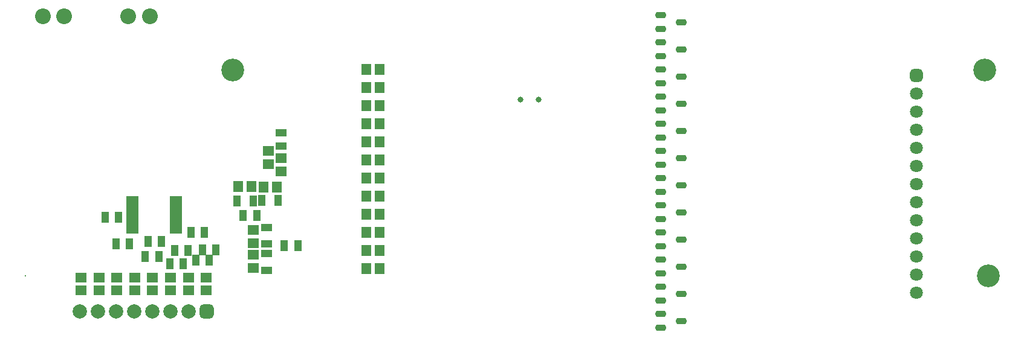
<source format=gbs>
G04*
G04 #@! TF.GenerationSoftware,Altium Limited,Altium Designer,23.11.1 (41)*
G04*
G04 Layer_Color=16711935*
%FSLAX44Y44*%
%MOMM*%
G71*
G04*
G04 #@! TF.SameCoordinates,5EC7E9E9-DCDC-4549-86B2-7143CB65AA8E*
G04*
G04*
G04 #@! TF.FilePolarity,Negative*
G04*
G01*
G75*
%ADD27R,1.1032X1.5032*%
%ADD31R,1.3532X1.5532*%
%ADD34R,1.5032X1.1032*%
%ADD37C,3.2032*%
%ADD38C,0.2032*%
%ADD39C,2.2032*%
%ADD40C,0.8032*%
%ADD41C,1.8032*%
G04:AMPARAMS|DCode=42|XSize=1.8032mm|YSize=1.8032mm|CornerRadius=0.5016mm|HoleSize=0mm|Usage=FLASHONLY|Rotation=270.000|XOffset=0mm|YOffset=0mm|HoleType=Round|Shape=RoundedRectangle|*
%AMROUNDEDRECTD42*
21,1,1.8032,0.8000,0,0,270.0*
21,1,0.8000,1.8032,0,0,270.0*
1,1,1.0032,-0.4000,-0.4000*
1,1,1.0032,-0.4000,0.4000*
1,1,1.0032,0.4000,0.4000*
1,1,1.0032,0.4000,-0.4000*
%
%ADD42ROUNDEDRECTD42*%
%ADD43C,2.0032*%
G04:AMPARAMS|DCode=44|XSize=2.0032mm|YSize=2.0032mm|CornerRadius=0.5516mm|HoleSize=0mm|Usage=FLASHONLY|Rotation=90.000|XOffset=0mm|YOffset=0mm|HoleType=Round|Shape=RoundedRectangle|*
%AMROUNDEDRECTD44*
21,1,2.0032,0.9000,0,0,90.0*
21,1,0.9000,2.0032,0,0,90.0*
1,1,1.1032,0.4500,0.4500*
1,1,1.1032,0.4500,-0.4500*
1,1,1.1032,-0.4500,-0.4500*
1,1,1.1032,-0.4500,0.4500*
%
%ADD44ROUNDEDRECTD44*%
G04:AMPARAMS|DCode=58|XSize=0.8532mm|YSize=1.4532mm|CornerRadius=0.2641mm|HoleSize=0mm|Usage=FLASHONLY|Rotation=270.000|XOffset=0mm|YOffset=0mm|HoleType=Round|Shape=RoundedRectangle|*
%AMROUNDEDRECTD58*
21,1,0.8532,0.9250,0,0,270.0*
21,1,0.3250,1.4532,0,0,270.0*
1,1,0.5282,-0.4625,-0.1625*
1,1,0.5282,-0.4625,0.1625*
1,1,0.5282,0.4625,0.1625*
1,1,0.5282,0.4625,-0.1625*
%
%ADD58ROUNDEDRECTD58*%
%ADD59R,1.5532X1.3532*%
%ADD60R,1.8032X0.6532*%
D27*
X345384Y211034D02*
D03*
X322384D02*
D03*
X407500Y148000D02*
D03*
X388500D02*
D03*
X273500Y142500D02*
D03*
X292500D02*
D03*
X264500Y127500D02*
D03*
X283500D02*
D03*
X276500Y166500D02*
D03*
X257500D02*
D03*
X380068Y211267D02*
D03*
X357068D02*
D03*
X349750Y190250D02*
D03*
X330750D02*
D03*
X171500Y150500D02*
D03*
X152500D02*
D03*
X193524Y133124D02*
D03*
X212524D02*
D03*
X234500Y141500D02*
D03*
X253500D02*
D03*
X246880Y122774D02*
D03*
X227880D02*
D03*
X137500Y187500D02*
D03*
X156500D02*
D03*
X216458Y154252D02*
D03*
X197458D02*
D03*
D31*
X503050Y395016D02*
D03*
X521550D02*
D03*
X503050Y369616D02*
D03*
X521550D02*
D03*
X503050Y344216D02*
D03*
X521550D02*
D03*
X503050Y318820D02*
D03*
X521550D02*
D03*
X503050Y293420D02*
D03*
X521550D02*
D03*
X503050Y268016D02*
D03*
X521550D02*
D03*
X503050Y242616D02*
D03*
X521550D02*
D03*
X503050Y217216D02*
D03*
X521550D02*
D03*
X503050Y191816D02*
D03*
X521550D02*
D03*
X503050Y166416D02*
D03*
X521550D02*
D03*
X503050Y141016D02*
D03*
X521550D02*
D03*
Y115616D02*
D03*
X503050D02*
D03*
X323839Y231229D02*
D03*
X342339D02*
D03*
X377644Y230445D02*
D03*
X359144D02*
D03*
D34*
X383540Y287680D02*
D03*
Y306680D02*
D03*
X363883Y173339D02*
D03*
Y150339D02*
D03*
X363695Y136761D02*
D03*
Y113761D02*
D03*
D37*
X1374250Y105400D02*
D03*
X316000Y394600D02*
D03*
X1369750D02*
D03*
D38*
X25400Y105400D02*
D03*
D39*
X170000Y470000D02*
D03*
X200000D02*
D03*
X50000D02*
D03*
X80000D02*
D03*
D40*
X718820Y353060D02*
D03*
X744220D02*
D03*
D41*
X1274000Y107050D02*
D03*
Y81650D02*
D03*
Y132450D02*
D03*
Y157850D02*
D03*
Y208650D02*
D03*
Y234050D02*
D03*
Y284850D02*
D03*
Y335650D02*
D03*
Y361050D02*
D03*
Y310250D02*
D03*
Y259450D02*
D03*
Y183250D02*
D03*
D42*
Y386450D02*
D03*
D43*
X152400Y55400D02*
D03*
X228600D02*
D03*
X203200D02*
D03*
X177800D02*
D03*
X127000D02*
D03*
X101600D02*
D03*
X254000D02*
D03*
D44*
X279400D02*
D03*
D58*
X915600Y395016D02*
D03*
X944100Y309316D02*
D03*
X915600Y318816D02*
D03*
Y299816D02*
D03*
Y376016D02*
D03*
X944100Y385516D02*
D03*
X915600Y33116D02*
D03*
Y52116D02*
D03*
X944100Y42616D02*
D03*
X915600Y71216D02*
D03*
Y90216D02*
D03*
X944100Y80716D02*
D03*
X915600Y109316D02*
D03*
Y128316D02*
D03*
X944100Y118816D02*
D03*
X915600Y147416D02*
D03*
Y166416D02*
D03*
X944100Y156916D02*
D03*
X915600Y185516D02*
D03*
Y204516D02*
D03*
X944100Y195016D02*
D03*
X915600Y223616D02*
D03*
Y242616D02*
D03*
X944100Y233116D02*
D03*
X915600Y261716D02*
D03*
Y280716D02*
D03*
X944100Y271216D02*
D03*
X915600Y337916D02*
D03*
Y356916D02*
D03*
X944100Y347416D02*
D03*
X915600Y414116D02*
D03*
Y433116D02*
D03*
X944100Y423616D02*
D03*
X915600Y452216D02*
D03*
Y471216D02*
D03*
X944100Y461716D02*
D03*
D59*
X345123Y170336D02*
D03*
Y151836D02*
D03*
X344874Y135538D02*
D03*
Y117038D02*
D03*
X365760Y281030D02*
D03*
Y262530D02*
D03*
X383540Y270870D02*
D03*
Y252370D02*
D03*
X104000Y85000D02*
D03*
Y103500D02*
D03*
X129000Y85000D02*
D03*
Y103500D02*
D03*
X154000Y85000D02*
D03*
Y103500D02*
D03*
X179000Y85000D02*
D03*
Y103500D02*
D03*
X204000Y85000D02*
D03*
Y103500D02*
D03*
X229000Y85000D02*
D03*
Y103500D02*
D03*
X254000Y85000D02*
D03*
Y103500D02*
D03*
X279000Y85000D02*
D03*
Y103500D02*
D03*
D60*
X175500Y168750D02*
D03*
Y175250D02*
D03*
Y181750D02*
D03*
Y188250D02*
D03*
Y194750D02*
D03*
Y201250D02*
D03*
Y207750D02*
D03*
Y214250D02*
D03*
X236500Y168750D02*
D03*
Y175250D02*
D03*
Y181750D02*
D03*
Y188250D02*
D03*
Y194750D02*
D03*
Y201250D02*
D03*
Y207750D02*
D03*
Y214250D02*
D03*
M02*

</source>
